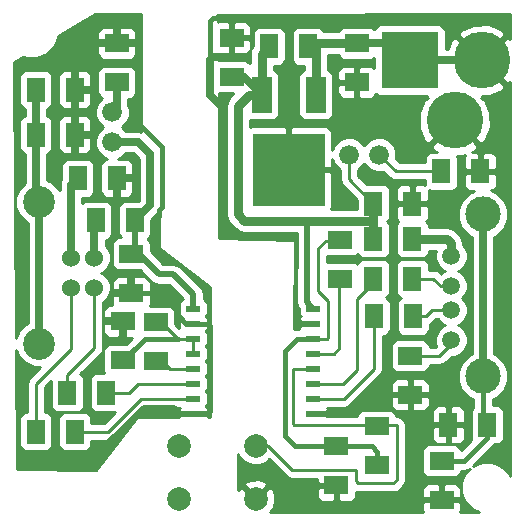
<source format=gtl>
G04 (created by PCBNEW (2012-nov-02)-testing) date Wed 06 Feb 2013 10:53:48 PM EST*
%MOIN*%
G04 Gerber Fmt 3.4, Leading zero omitted, Abs format*
%FSLAX34Y34*%
G01*
G70*
G90*
G04 APERTURE LIST*
%ADD10C,2.3622e-06*%
%ADD11C,0.066*%
%ADD12C,0.0591*%
%ADD13C,0.1181*%
%ADD14C,0.06*%
%ADD15C,0.1063*%
%ADD16C,0.189*%
%ADD17R,0.189X0.189*%
%ADD18C,0.0787*%
%ADD19R,0.045X0.02*%
%ADD20R,0.08X0.06*%
%ADD21R,0.06X0.08*%
%ADD22R,0.065X0.12*%
%ADD23R,0.24X0.24*%
%ADD24C,0.015*%
%ADD25C,0.025*%
%ADD26C,0.01*%
%ADD27C,0.02*%
%ADD28C,0.03*%
G04 APERTURE END LIST*
G54D10*
G54D11*
X79440Y-40760D03*
X80440Y-40760D03*
X71550Y-40350D03*
X71550Y-39350D03*
G54D12*
X82850Y-46950D03*
X82850Y-45950D03*
X82850Y-45150D03*
X82850Y-44150D03*
G54D13*
X83900Y-48150D03*
X83900Y-42750D03*
G54D14*
X70950Y-44200D03*
X70950Y-45200D03*
X70163Y-45200D03*
X70163Y-44200D03*
G54D15*
X69100Y-42338D03*
X69100Y-47062D03*
G54D16*
X83860Y-37620D03*
G54D17*
X81460Y-37620D03*
G54D16*
X82960Y-39620D03*
G54D18*
X73770Y-52236D03*
X76330Y-50464D03*
X76330Y-52236D03*
X73770Y-50464D03*
G54D19*
X74250Y-45900D03*
X74250Y-46400D03*
X74250Y-46900D03*
X74250Y-47400D03*
X74250Y-47900D03*
X74250Y-48400D03*
X74250Y-48900D03*
X74250Y-49400D03*
X78250Y-49400D03*
X78250Y-48900D03*
X78250Y-48400D03*
X78250Y-47900D03*
X78250Y-47400D03*
X78250Y-46900D03*
X78250Y-46400D03*
X78250Y-45900D03*
G54D20*
X71900Y-47625D03*
X71900Y-46325D03*
G54D21*
X76775Y-37150D03*
X78075Y-37150D03*
G54D20*
X75525Y-38175D03*
X75525Y-36875D03*
X79700Y-37050D03*
X79700Y-38350D03*
X80360Y-51110D03*
X80360Y-49810D03*
G54D21*
X82510Y-41320D03*
X83810Y-41320D03*
G54D20*
X71700Y-38350D03*
X71700Y-37050D03*
X79020Y-51790D03*
X79020Y-50490D03*
G54D21*
X80250Y-42400D03*
X81550Y-42400D03*
G54D20*
X72175Y-44075D03*
X72175Y-45375D03*
G54D21*
X80250Y-43575D03*
X81550Y-43575D03*
G54D20*
X81475Y-47475D03*
X81475Y-48775D03*
X82525Y-50975D03*
X82525Y-52275D03*
G54D21*
X84050Y-49775D03*
X82750Y-49775D03*
X72300Y-42950D03*
X71000Y-42950D03*
X70400Y-41550D03*
X71700Y-41550D03*
X69000Y-40100D03*
X70300Y-40100D03*
X69000Y-38600D03*
X70300Y-38600D03*
X80275Y-46150D03*
X81575Y-46150D03*
X80250Y-44900D03*
X81550Y-44900D03*
X69000Y-50000D03*
X70300Y-50000D03*
X70050Y-48700D03*
X71350Y-48700D03*
G54D22*
X78325Y-38775D03*
G54D23*
X77425Y-41275D03*
G54D22*
X76525Y-38775D03*
G54D20*
X73000Y-46350D03*
X73000Y-47650D03*
X79150Y-43600D03*
X79150Y-44900D03*
G54D24*
X74800Y-37600D02*
X74800Y-36300D01*
X74900Y-36200D02*
X75100Y-36200D01*
X74800Y-36300D02*
X74900Y-36200D01*
G54D25*
X75125Y-37500D02*
X74900Y-37500D01*
X74800Y-38775D02*
X75100Y-39075D01*
X74800Y-37600D02*
X74800Y-38775D01*
X74900Y-37500D02*
X74800Y-37600D01*
G54D24*
X72400Y-39700D02*
X73200Y-40500D01*
X73100Y-42600D02*
X73200Y-42500D01*
X73200Y-42500D02*
X73200Y-40500D01*
X73100Y-42600D02*
X73100Y-42800D01*
G54D26*
X82000Y-46150D02*
X81575Y-46150D01*
X82200Y-45950D02*
X82000Y-46150D01*
X82850Y-45950D02*
X82200Y-45950D01*
X82850Y-45150D02*
X82500Y-45150D01*
X82500Y-45150D02*
X82250Y-44900D01*
X82250Y-44900D02*
X81550Y-44900D01*
G54D27*
X74250Y-49400D02*
X73800Y-49400D01*
X72600Y-49200D02*
X71350Y-50450D01*
X73600Y-49200D02*
X72600Y-49200D01*
X73800Y-49400D02*
X73600Y-49200D01*
X74250Y-49400D02*
X74750Y-49400D01*
X74800Y-46460D02*
X74740Y-46400D01*
X74800Y-49350D02*
X74800Y-46460D01*
X74750Y-49400D02*
X74800Y-49350D01*
G54D25*
X70300Y-38600D02*
X70880Y-38600D01*
X72175Y-45375D02*
X72175Y-44835D01*
X71700Y-37050D02*
X72350Y-37050D01*
X71700Y-37050D02*
X71700Y-36350D01*
X71700Y-37050D02*
X70850Y-37050D01*
X72270Y-41550D02*
X72280Y-41560D01*
G54D24*
X73325Y-45375D02*
X72175Y-45375D01*
G54D25*
X71585Y-45375D02*
X71580Y-45380D01*
G54D24*
X74250Y-46400D02*
X74000Y-46400D01*
X74250Y-46400D02*
X74740Y-46400D01*
X74740Y-46400D02*
X74760Y-46420D01*
G54D25*
X70300Y-38600D02*
X70300Y-37940D01*
X70300Y-40100D02*
X70300Y-40740D01*
X70300Y-37940D02*
X70280Y-37920D01*
X70300Y-38600D02*
X70300Y-40100D01*
X71900Y-46325D02*
X71345Y-46325D01*
X71900Y-46860D02*
X71880Y-46880D01*
X72175Y-45375D02*
X71585Y-45375D01*
G54D24*
X74000Y-46400D02*
X73725Y-46125D01*
X73725Y-46125D02*
X73725Y-45775D01*
G54D25*
X71700Y-41550D02*
X71700Y-42220D01*
X71700Y-36350D02*
X71750Y-36300D01*
X71900Y-46325D02*
X71900Y-46860D01*
G54D26*
X70900Y-40100D02*
X70920Y-40120D01*
G54D25*
X71345Y-46325D02*
X71340Y-46320D01*
X72175Y-44835D02*
X72160Y-44820D01*
X70300Y-40100D02*
X70900Y-40100D01*
X71700Y-41550D02*
X72270Y-41550D01*
G54D24*
X73725Y-45775D02*
X73325Y-45375D01*
G54D25*
X79700Y-37050D02*
X80890Y-37050D01*
X80890Y-37050D02*
X81460Y-37620D01*
X81460Y-37620D02*
X83860Y-37620D01*
G54D28*
X78175Y-37050D02*
X78325Y-37200D01*
X79700Y-37050D02*
X78175Y-37050D01*
X78325Y-37200D02*
X78325Y-38775D01*
G54D26*
X82850Y-46950D02*
X82850Y-47075D01*
X82450Y-47475D02*
X81475Y-47475D01*
X82850Y-47075D02*
X82450Y-47475D01*
G54D24*
X83900Y-48350D02*
X83900Y-49625D01*
X84050Y-50200D02*
X83275Y-50975D01*
G54D25*
X83900Y-42950D02*
X83900Y-48350D01*
G54D24*
X84050Y-49775D02*
X84050Y-50200D01*
X83275Y-50975D02*
X82525Y-50975D01*
X83900Y-49625D02*
X84050Y-49775D01*
G54D25*
X70163Y-44200D02*
X70163Y-41787D01*
X70163Y-41787D02*
X70400Y-41550D01*
X69000Y-42238D02*
X69100Y-42338D01*
X69000Y-38600D02*
X69000Y-40100D01*
X69100Y-47062D02*
X69100Y-42338D01*
X69000Y-40100D02*
X69000Y-42238D01*
G54D26*
X79275Y-48900D02*
X78250Y-48900D01*
X80275Y-46150D02*
X80275Y-47900D01*
X80275Y-47900D02*
X79275Y-48900D01*
X79700Y-47940D02*
X79240Y-48400D01*
X79700Y-45580D02*
X79700Y-47940D01*
X80250Y-44900D02*
X80250Y-45030D01*
X80250Y-45030D02*
X79700Y-45580D01*
X79240Y-48400D02*
X78250Y-48400D01*
G54D25*
X70950Y-44200D02*
X70950Y-43000D01*
X70950Y-43000D02*
X71000Y-42950D01*
G54D26*
X72100Y-48700D02*
X72400Y-48400D01*
X72400Y-48400D02*
X74250Y-48400D01*
X71350Y-48700D02*
X72100Y-48700D01*
X70300Y-50000D02*
X71400Y-50000D01*
X71400Y-50000D02*
X72500Y-48900D01*
X72500Y-48900D02*
X74250Y-48900D01*
G54D28*
X82700Y-43575D02*
X82850Y-43725D01*
G54D26*
X82850Y-43725D02*
X82700Y-43575D01*
G54D28*
X81550Y-43575D02*
X82700Y-43575D01*
G54D26*
X82850Y-44150D02*
X82850Y-43725D01*
G54D28*
X82850Y-43725D02*
X82850Y-44150D01*
G54D25*
X71700Y-39200D02*
X71550Y-39350D01*
X71700Y-38350D02*
X71700Y-39200D01*
G54D26*
X82510Y-41320D02*
X81000Y-41320D01*
X81000Y-41320D02*
X80440Y-40760D01*
X79660Y-51650D02*
X79660Y-51275D01*
X80180Y-51725D02*
X79735Y-51725D01*
X81040Y-51600D02*
X80915Y-51725D01*
X80325Y-49775D02*
X80360Y-49810D01*
X79760Y-49775D02*
X80800Y-49775D01*
X79760Y-49775D02*
X80325Y-49775D01*
X80800Y-49775D02*
X81040Y-49775D01*
X77600Y-49775D02*
X79760Y-49775D01*
X77575Y-47900D02*
X77575Y-49750D01*
X77575Y-49750D02*
X77600Y-49775D01*
X78250Y-47900D02*
X77575Y-47900D01*
X81040Y-49775D02*
X81040Y-51600D01*
X80915Y-51725D02*
X80180Y-51725D01*
X79735Y-51725D02*
X79660Y-51650D01*
X78425Y-51275D02*
X77550Y-51275D01*
X76739Y-50464D02*
X76330Y-50464D01*
X79660Y-51275D02*
X78425Y-51275D01*
X77550Y-51275D02*
X76739Y-50464D01*
X78940Y-47400D02*
X78250Y-47400D01*
X79120Y-47220D02*
X78940Y-47400D01*
X79120Y-44930D02*
X79120Y-47220D01*
X73475Y-47900D02*
X74250Y-47900D01*
X73200Y-47625D02*
X73475Y-47900D01*
X73050Y-47625D02*
X73200Y-47625D01*
X69000Y-48400D02*
X69000Y-50000D01*
X70163Y-45200D02*
X70163Y-47237D01*
X70163Y-47237D02*
X69000Y-48400D01*
X70950Y-47200D02*
X70050Y-48100D01*
X70050Y-48100D02*
X70050Y-48700D01*
X70950Y-45200D02*
X70950Y-47200D01*
G54D27*
X73100Y-44750D02*
X73575Y-44750D01*
X74250Y-45425D02*
X74250Y-45900D01*
X72300Y-42950D02*
X72300Y-43950D01*
X73575Y-44750D02*
X74250Y-45425D01*
G54D25*
X72400Y-40350D02*
X72800Y-40750D01*
X72800Y-42450D02*
X72300Y-42950D01*
X71550Y-40350D02*
X72400Y-40350D01*
G54D27*
X72300Y-43950D02*
X73100Y-44750D01*
G54D25*
X72800Y-40750D02*
X72800Y-42450D01*
X75525Y-38175D02*
X75925Y-38175D01*
X75925Y-38175D02*
X76525Y-38775D01*
G54D26*
X79440Y-40760D02*
X79440Y-41590D01*
X79440Y-41590D02*
X80250Y-42400D01*
G54D28*
X75950Y-42975D02*
X78040Y-42975D01*
X80250Y-42400D02*
X80250Y-42975D01*
G54D27*
X78025Y-44575D02*
X78025Y-45675D01*
G54D28*
X76525Y-38775D02*
X76525Y-37400D01*
G54D27*
X78025Y-45675D02*
X78250Y-45900D01*
G54D28*
X76525Y-37400D02*
X76775Y-37150D01*
X80250Y-42975D02*
X80250Y-43575D01*
G54D26*
X78040Y-44560D02*
X78025Y-44575D01*
G54D28*
X75725Y-42750D02*
X75950Y-42975D01*
G54D27*
X78040Y-42975D02*
X78040Y-44560D01*
G54D28*
X76100Y-38775D02*
X75725Y-39150D01*
X75725Y-39150D02*
X75725Y-42750D01*
X78040Y-42975D02*
X80250Y-42975D01*
X76525Y-38775D02*
X76100Y-38775D01*
G54D24*
X72625Y-46900D02*
X71900Y-47625D01*
X73725Y-46900D02*
X72625Y-46900D01*
G54D26*
X74250Y-46900D02*
X74250Y-47400D01*
X73150Y-46325D02*
X73725Y-46900D01*
X73725Y-46900D02*
X74250Y-46900D01*
X73050Y-46325D02*
X73150Y-46325D01*
G54D24*
X79020Y-50490D02*
X80190Y-50490D01*
X80360Y-50660D02*
X80360Y-51110D01*
X80190Y-50490D02*
X80360Y-50660D01*
X78250Y-46900D02*
X77700Y-46900D01*
X77640Y-50490D02*
X79020Y-50490D01*
X77300Y-50150D02*
X77640Y-50490D01*
X77300Y-47300D02*
X77300Y-50150D01*
X77700Y-46900D02*
X77300Y-47300D01*
G54D26*
X78720Y-46900D02*
X78250Y-46900D01*
X78670Y-43630D02*
X78420Y-43880D01*
X78740Y-45640D02*
X78740Y-46880D01*
X79120Y-43630D02*
X78670Y-43630D01*
X78740Y-46880D02*
X78720Y-46900D01*
X78420Y-45320D02*
X78740Y-45640D01*
X78420Y-43880D02*
X78420Y-45320D01*
G54D10*
G36*
X78300Y-46450D02*
X78200Y-46450D01*
X78150Y-46450D01*
X77837Y-46450D01*
X77775Y-46512D01*
X77776Y-46549D01*
X77786Y-46575D01*
X77615Y-46575D01*
X77651Y-43601D01*
X75110Y-43551D01*
X75100Y-39375D01*
X75090Y-38724D01*
X75174Y-38724D01*
X75585Y-38724D01*
X75442Y-38867D01*
X75355Y-38997D01*
X75325Y-39150D01*
X75325Y-42750D01*
X75355Y-42903D01*
X75442Y-43033D01*
X75667Y-43258D01*
X75796Y-43345D01*
X75797Y-43345D01*
X75950Y-43375D01*
X77690Y-43375D01*
X77690Y-44500D01*
X77675Y-44575D01*
X77675Y-45675D01*
X77702Y-45809D01*
X77776Y-45919D01*
X77776Y-46049D01*
X77814Y-46141D01*
X77823Y-46150D01*
X77814Y-46159D01*
X77776Y-46251D01*
X77775Y-46288D01*
X77837Y-46350D01*
X78150Y-46350D01*
X78200Y-46350D01*
X78300Y-46350D01*
X78300Y-46450D01*
X78300Y-46450D01*
G37*
G54D26*
X78300Y-46450D02*
X78200Y-46450D01*
X78150Y-46450D01*
X77837Y-46450D01*
X77775Y-46512D01*
X77776Y-46549D01*
X77786Y-46575D01*
X77615Y-46575D01*
X77651Y-43601D01*
X75110Y-43551D01*
X75100Y-39375D01*
X75090Y-38724D01*
X75174Y-38724D01*
X75585Y-38724D01*
X75442Y-38867D01*
X75355Y-38997D01*
X75325Y-39150D01*
X75325Y-42750D01*
X75355Y-42903D01*
X75442Y-43033D01*
X75667Y-43258D01*
X75796Y-43345D01*
X75797Y-43345D01*
X75950Y-43375D01*
X77690Y-43375D01*
X77690Y-44500D01*
X77675Y-44575D01*
X77675Y-45675D01*
X77702Y-45809D01*
X77776Y-45919D01*
X77776Y-46049D01*
X77814Y-46141D01*
X77823Y-46150D01*
X77814Y-46159D01*
X77776Y-46251D01*
X77775Y-46288D01*
X77837Y-46350D01*
X78150Y-46350D01*
X78200Y-46350D01*
X78300Y-46350D01*
X78300Y-46450D01*
G54D10*
G36*
X84800Y-51486D02*
X84756Y-51380D01*
X84517Y-51140D01*
X84205Y-51010D01*
X83867Y-51010D01*
X83582Y-51127D01*
X84280Y-50430D01*
X84283Y-50424D01*
X84399Y-50424D01*
X84491Y-50386D01*
X84561Y-50316D01*
X84599Y-50225D01*
X84599Y-50126D01*
X84599Y-49326D01*
X84561Y-49234D01*
X84491Y-49164D01*
X84400Y-49126D01*
X84301Y-49126D01*
X84225Y-49126D01*
X84225Y-48924D01*
X84375Y-48863D01*
X84611Y-48627D01*
X84740Y-48318D01*
X84740Y-47984D01*
X84613Y-47675D01*
X84377Y-47439D01*
X84275Y-47396D01*
X84275Y-43504D01*
X84375Y-43463D01*
X84611Y-43227D01*
X84740Y-42918D01*
X84740Y-42584D01*
X84613Y-42275D01*
X84377Y-42039D01*
X84184Y-41958D01*
X84251Y-41931D01*
X84321Y-41861D01*
X84359Y-41770D01*
X84359Y-41671D01*
X84360Y-41432D01*
X84360Y-41208D01*
X84359Y-40969D01*
X84359Y-40870D01*
X84321Y-40779D01*
X84251Y-40709D01*
X84159Y-40671D01*
X84154Y-40670D01*
X83922Y-40670D01*
X83860Y-40732D01*
X83860Y-41270D01*
X84298Y-41270D01*
X84360Y-41208D01*
X84360Y-41432D01*
X84298Y-41370D01*
X83910Y-41370D01*
X83860Y-41370D01*
X83760Y-41370D01*
X83710Y-41370D01*
X83322Y-41370D01*
X83260Y-41432D01*
X83261Y-41671D01*
X83261Y-41770D01*
X83299Y-41861D01*
X83369Y-41931D01*
X83461Y-41969D01*
X83589Y-41969D01*
X83425Y-42037D01*
X83189Y-42273D01*
X83060Y-42582D01*
X83060Y-42916D01*
X83187Y-43225D01*
X83423Y-43461D01*
X83525Y-43503D01*
X83525Y-47395D01*
X83425Y-47437D01*
X83394Y-47468D01*
X83394Y-47058D01*
X83394Y-46842D01*
X83311Y-46642D01*
X83158Y-46489D01*
X83064Y-46450D01*
X83158Y-46411D01*
X83311Y-46258D01*
X83394Y-46058D01*
X83394Y-45842D01*
X83311Y-45642D01*
X83219Y-45550D01*
X83311Y-45458D01*
X83394Y-45258D01*
X83394Y-45042D01*
X83311Y-44842D01*
X83158Y-44689D01*
X83064Y-44650D01*
X83158Y-44611D01*
X83311Y-44458D01*
X83394Y-44258D01*
X83394Y-44042D01*
X83311Y-43842D01*
X83250Y-43781D01*
X83250Y-43725D01*
X83220Y-43572D01*
X83220Y-43571D01*
X83133Y-43442D01*
X82983Y-43292D01*
X82853Y-43205D01*
X82700Y-43175D01*
X82099Y-43175D01*
X82099Y-43126D01*
X82061Y-43034D01*
X82014Y-42987D01*
X82061Y-42941D01*
X82099Y-42850D01*
X82099Y-42751D01*
X82100Y-42512D01*
X82038Y-42450D01*
X81650Y-42450D01*
X81600Y-42450D01*
X81500Y-42450D01*
X81500Y-42350D01*
X81500Y-41812D01*
X81438Y-41750D01*
X81201Y-41751D01*
X81109Y-41789D01*
X81039Y-41859D01*
X81001Y-41950D01*
X81001Y-42049D01*
X81000Y-42288D01*
X81062Y-42350D01*
X81500Y-42350D01*
X81500Y-42450D01*
X81450Y-42450D01*
X81062Y-42450D01*
X81000Y-42512D01*
X81001Y-42751D01*
X81001Y-42850D01*
X81039Y-42941D01*
X81085Y-42987D01*
X81039Y-43034D01*
X81001Y-43125D01*
X81001Y-43224D01*
X81001Y-44024D01*
X81039Y-44116D01*
X81109Y-44186D01*
X81200Y-44224D01*
X81299Y-44224D01*
X81899Y-44224D01*
X81991Y-44186D01*
X82061Y-44116D01*
X82099Y-44025D01*
X82099Y-43975D01*
X82333Y-43975D01*
X82306Y-44042D01*
X82306Y-44258D01*
X82389Y-44458D01*
X82542Y-44611D01*
X82635Y-44650D01*
X82542Y-44689D01*
X82502Y-44728D01*
X82462Y-44688D01*
X82365Y-44623D01*
X82250Y-44600D01*
X82099Y-44600D01*
X82099Y-44451D01*
X82061Y-44359D01*
X81991Y-44289D01*
X81900Y-44251D01*
X81801Y-44251D01*
X81201Y-44251D01*
X81109Y-44289D01*
X81039Y-44359D01*
X81001Y-44450D01*
X81001Y-44549D01*
X81001Y-45349D01*
X81039Y-45441D01*
X81109Y-45511D01*
X81155Y-45530D01*
X81134Y-45539D01*
X81064Y-45609D01*
X81026Y-45700D01*
X81026Y-45799D01*
X81026Y-46599D01*
X81064Y-46691D01*
X81134Y-46761D01*
X81225Y-46799D01*
X81324Y-46799D01*
X81924Y-46799D01*
X82016Y-46761D01*
X82086Y-46691D01*
X82124Y-46600D01*
X82124Y-46501D01*
X82124Y-46420D01*
X82212Y-46362D01*
X82324Y-46250D01*
X82385Y-46250D01*
X82389Y-46258D01*
X82542Y-46411D01*
X82635Y-46450D01*
X82542Y-46489D01*
X82389Y-46642D01*
X82306Y-46842D01*
X82306Y-47058D01*
X82346Y-47154D01*
X82325Y-47175D01*
X82124Y-47175D01*
X82124Y-47126D01*
X82086Y-47034D01*
X82016Y-46964D01*
X81925Y-46926D01*
X81826Y-46926D01*
X81026Y-46926D01*
X80934Y-46964D01*
X80864Y-47034D01*
X80826Y-47125D01*
X80826Y-47224D01*
X80826Y-47824D01*
X80864Y-47916D01*
X80934Y-47986D01*
X81025Y-48024D01*
X81124Y-48024D01*
X81924Y-48024D01*
X82016Y-47986D01*
X82086Y-47916D01*
X82124Y-47825D01*
X82124Y-47775D01*
X82450Y-47775D01*
X82565Y-47752D01*
X82662Y-47687D01*
X82855Y-47494D01*
X82958Y-47494D01*
X83158Y-47411D01*
X83311Y-47258D01*
X83394Y-47058D01*
X83394Y-47468D01*
X83189Y-47673D01*
X83060Y-47982D01*
X83060Y-48316D01*
X83187Y-48625D01*
X83423Y-48861D01*
X83575Y-48924D01*
X83575Y-49198D01*
X83539Y-49234D01*
X83501Y-49325D01*
X83501Y-49424D01*
X83501Y-50224D01*
X83520Y-50270D01*
X83300Y-50489D01*
X83300Y-49887D01*
X83300Y-49663D01*
X83299Y-49424D01*
X83299Y-49325D01*
X83261Y-49234D01*
X83191Y-49164D01*
X83099Y-49126D01*
X82862Y-49125D01*
X82800Y-49187D01*
X82800Y-49725D01*
X83238Y-49725D01*
X83300Y-49663D01*
X83300Y-49887D01*
X83238Y-49825D01*
X82800Y-49825D01*
X82800Y-50363D01*
X82862Y-50425D01*
X83099Y-50424D01*
X83191Y-50386D01*
X83261Y-50316D01*
X83299Y-50225D01*
X83299Y-50126D01*
X83300Y-49887D01*
X83300Y-50489D01*
X83171Y-50618D01*
X83136Y-50534D01*
X83066Y-50464D01*
X82975Y-50426D01*
X82876Y-50426D01*
X82700Y-50426D01*
X82700Y-50363D01*
X82700Y-49825D01*
X82700Y-49725D01*
X82700Y-49187D01*
X82638Y-49125D01*
X82401Y-49126D01*
X82309Y-49164D01*
X82239Y-49234D01*
X82201Y-49325D01*
X82201Y-49424D01*
X82200Y-49663D01*
X82262Y-49725D01*
X82700Y-49725D01*
X82700Y-49825D01*
X82262Y-49825D01*
X82200Y-49887D01*
X82201Y-50126D01*
X82201Y-50225D01*
X82239Y-50316D01*
X82309Y-50386D01*
X82401Y-50424D01*
X82638Y-50425D01*
X82700Y-50363D01*
X82700Y-50426D01*
X82125Y-50426D01*
X82125Y-48887D01*
X82125Y-48663D01*
X82124Y-48426D01*
X82086Y-48334D01*
X82016Y-48264D01*
X81925Y-48226D01*
X81826Y-48226D01*
X81587Y-48225D01*
X81525Y-48287D01*
X81525Y-48725D01*
X82063Y-48725D01*
X82125Y-48663D01*
X82125Y-48887D01*
X82063Y-48825D01*
X81525Y-48825D01*
X81525Y-49263D01*
X81587Y-49325D01*
X81826Y-49324D01*
X81925Y-49324D01*
X82016Y-49286D01*
X82086Y-49216D01*
X82124Y-49124D01*
X82125Y-48887D01*
X82125Y-50426D01*
X82076Y-50426D01*
X81984Y-50464D01*
X81914Y-50534D01*
X81876Y-50625D01*
X81876Y-50724D01*
X81876Y-51324D01*
X81914Y-51416D01*
X81984Y-51486D01*
X82075Y-51524D01*
X82174Y-51524D01*
X82974Y-51524D01*
X83066Y-51486D01*
X83136Y-51416D01*
X83174Y-51325D01*
X83174Y-51300D01*
X83275Y-51300D01*
X83399Y-51275D01*
X83456Y-51236D01*
X83315Y-51378D01*
X83185Y-51690D01*
X83185Y-52028D01*
X83314Y-52340D01*
X83553Y-52580D01*
X83781Y-52675D01*
X83152Y-52675D01*
X83174Y-52624D01*
X83175Y-52387D01*
X83175Y-52163D01*
X83174Y-51926D01*
X83136Y-51834D01*
X83066Y-51764D01*
X82975Y-51726D01*
X82876Y-51726D01*
X82637Y-51725D01*
X82575Y-51787D01*
X82575Y-52225D01*
X83113Y-52225D01*
X83175Y-52163D01*
X83175Y-52387D01*
X83113Y-52325D01*
X82625Y-52325D01*
X82575Y-52325D01*
X82475Y-52325D01*
X82475Y-52225D01*
X82475Y-51787D01*
X82413Y-51725D01*
X82174Y-51726D01*
X82075Y-51726D01*
X81984Y-51764D01*
X81914Y-51834D01*
X81876Y-51926D01*
X81875Y-52163D01*
X81937Y-52225D01*
X82475Y-52225D01*
X82475Y-52325D01*
X82425Y-52325D01*
X81937Y-52325D01*
X81875Y-52387D01*
X81876Y-52624D01*
X81897Y-52675D01*
X81425Y-52675D01*
X81425Y-49263D01*
X81425Y-48825D01*
X81425Y-48725D01*
X81425Y-48287D01*
X81363Y-48225D01*
X81124Y-48226D01*
X81025Y-48226D01*
X80934Y-48264D01*
X80864Y-48334D01*
X80826Y-48426D01*
X80825Y-48663D01*
X80887Y-48725D01*
X81425Y-48725D01*
X81425Y-48825D01*
X80887Y-48825D01*
X80825Y-48887D01*
X80826Y-49124D01*
X80864Y-49216D01*
X80934Y-49286D01*
X81025Y-49324D01*
X81124Y-49324D01*
X81363Y-49325D01*
X81425Y-49263D01*
X81425Y-52675D01*
X78970Y-52675D01*
X78970Y-52278D01*
X78970Y-51840D01*
X78432Y-51840D01*
X78370Y-51902D01*
X78371Y-52139D01*
X78409Y-52231D01*
X78479Y-52301D01*
X78570Y-52339D01*
X78669Y-52339D01*
X78908Y-52340D01*
X78970Y-52278D01*
X78970Y-52675D01*
X76976Y-52675D01*
X76816Y-52675D01*
X76863Y-52628D01*
X76834Y-52599D01*
X76888Y-52579D01*
X76976Y-52339D01*
X76967Y-52084D01*
X76888Y-51893D01*
X76783Y-51854D01*
X76712Y-51925D01*
X76712Y-51783D01*
X76673Y-51678D01*
X76433Y-51590D01*
X76178Y-51599D01*
X75987Y-51678D01*
X75948Y-51783D01*
X76330Y-52165D01*
X76712Y-51783D01*
X76712Y-51925D01*
X76436Y-52201D01*
X76401Y-52236D01*
X76330Y-52307D01*
X76259Y-52236D01*
X76224Y-52201D01*
X75877Y-51854D01*
X75772Y-51893D01*
X75750Y-51953D01*
X75750Y-50742D01*
X75785Y-50827D01*
X75965Y-51008D01*
X76201Y-51107D01*
X76457Y-51107D01*
X76693Y-51009D01*
X76776Y-50925D01*
X77337Y-51486D01*
X77338Y-51487D01*
X77435Y-51552D01*
X77549Y-51574D01*
X77550Y-51575D01*
X78370Y-51575D01*
X78370Y-51678D01*
X78432Y-51740D01*
X78920Y-51740D01*
X78970Y-51740D01*
X79070Y-51740D01*
X79070Y-51840D01*
X79070Y-51890D01*
X79070Y-52278D01*
X79132Y-52340D01*
X79371Y-52339D01*
X79470Y-52339D01*
X79561Y-52301D01*
X79631Y-52231D01*
X79669Y-52139D01*
X79669Y-52011D01*
X79735Y-52025D01*
X80180Y-52025D01*
X80915Y-52025D01*
X81030Y-52002D01*
X81127Y-51937D01*
X81252Y-51813D01*
X81252Y-51812D01*
X81317Y-51715D01*
X81339Y-51601D01*
X81340Y-51600D01*
X81340Y-49775D01*
X81317Y-49660D01*
X81252Y-49563D01*
X81155Y-49498D01*
X81040Y-49475D01*
X81009Y-49475D01*
X81009Y-49461D01*
X80971Y-49369D01*
X80901Y-49299D01*
X80810Y-49261D01*
X80711Y-49261D01*
X79911Y-49261D01*
X79819Y-49299D01*
X79749Y-49369D01*
X79711Y-49460D01*
X79711Y-49475D01*
X78688Y-49475D01*
X78663Y-49450D01*
X78350Y-49450D01*
X78300Y-49450D01*
X78200Y-49450D01*
X78200Y-49350D01*
X78300Y-49350D01*
X78350Y-49350D01*
X78663Y-49350D01*
X78725Y-49288D01*
X78724Y-49251D01*
X78702Y-49200D01*
X79275Y-49200D01*
X79390Y-49177D01*
X79487Y-49112D01*
X80487Y-48112D01*
X80552Y-48015D01*
X80575Y-47900D01*
X80575Y-46799D01*
X80624Y-46799D01*
X80716Y-46761D01*
X80786Y-46691D01*
X80824Y-46600D01*
X80824Y-46501D01*
X80824Y-45701D01*
X80786Y-45609D01*
X80716Y-45539D01*
X80669Y-45519D01*
X80691Y-45511D01*
X80761Y-45441D01*
X80799Y-45350D01*
X80799Y-45251D01*
X80799Y-44451D01*
X80761Y-44359D01*
X80691Y-44289D01*
X80600Y-44251D01*
X80501Y-44251D01*
X79901Y-44251D01*
X79809Y-44289D01*
X79739Y-44359D01*
X79716Y-44414D01*
X79691Y-44389D01*
X79600Y-44351D01*
X79501Y-44351D01*
X78720Y-44351D01*
X78720Y-44149D01*
X78799Y-44149D01*
X79599Y-44149D01*
X79691Y-44111D01*
X79723Y-44078D01*
X79739Y-44116D01*
X79809Y-44186D01*
X79900Y-44224D01*
X79999Y-44224D01*
X80599Y-44224D01*
X80691Y-44186D01*
X80761Y-44116D01*
X80799Y-44025D01*
X80799Y-43926D01*
X80799Y-43126D01*
X80761Y-43034D01*
X80714Y-42987D01*
X80761Y-42941D01*
X80799Y-42850D01*
X80799Y-42751D01*
X80799Y-41951D01*
X80761Y-41859D01*
X80691Y-41789D01*
X80600Y-41751D01*
X80501Y-41751D01*
X80025Y-41751D01*
X79740Y-41466D01*
X79740Y-41263D01*
X79768Y-41252D01*
X79931Y-41089D01*
X79939Y-41068D01*
X79948Y-41088D01*
X80111Y-41251D01*
X80324Y-41340D01*
X80555Y-41340D01*
X80584Y-41328D01*
X80787Y-41531D01*
X80788Y-41532D01*
X80885Y-41597D01*
X80999Y-41619D01*
X81000Y-41620D01*
X81961Y-41620D01*
X81961Y-41769D01*
X81964Y-41778D01*
X81899Y-41751D01*
X81662Y-41750D01*
X81600Y-41812D01*
X81600Y-42350D01*
X82038Y-42350D01*
X82100Y-42288D01*
X82099Y-42049D01*
X82099Y-41950D01*
X82095Y-41942D01*
X82160Y-41969D01*
X82259Y-41969D01*
X82859Y-41969D01*
X82951Y-41931D01*
X83021Y-41861D01*
X83059Y-41770D01*
X83059Y-41671D01*
X83059Y-40871D01*
X83035Y-40813D01*
X83200Y-40813D01*
X83311Y-40766D01*
X83299Y-40779D01*
X83261Y-40870D01*
X83261Y-40969D01*
X83260Y-41208D01*
X83322Y-41270D01*
X83760Y-41270D01*
X83760Y-40732D01*
X83698Y-40670D01*
X83543Y-40670D01*
X83634Y-40633D01*
X83741Y-40471D01*
X82960Y-39691D01*
X82889Y-39761D01*
X82179Y-40471D01*
X82286Y-40633D01*
X82378Y-40671D01*
X82161Y-40671D01*
X82069Y-40709D01*
X81999Y-40779D01*
X81961Y-40870D01*
X81961Y-40969D01*
X81961Y-41020D01*
X81124Y-41020D01*
X81008Y-40904D01*
X81020Y-40876D01*
X81020Y-40645D01*
X80932Y-40432D01*
X80769Y-40269D01*
X80556Y-40180D01*
X80325Y-40180D01*
X80112Y-40268D01*
X79949Y-40431D01*
X79940Y-40451D01*
X79932Y-40432D01*
X79769Y-40269D01*
X79650Y-40219D01*
X79650Y-38838D01*
X79650Y-38400D01*
X79650Y-38300D01*
X79650Y-37862D01*
X79588Y-37800D01*
X79349Y-37801D01*
X79250Y-37801D01*
X79159Y-37839D01*
X79089Y-37909D01*
X79051Y-38001D01*
X79050Y-38238D01*
X79112Y-38300D01*
X79650Y-38300D01*
X79650Y-38400D01*
X79112Y-38400D01*
X79050Y-38462D01*
X79051Y-38699D01*
X79089Y-38791D01*
X79159Y-38861D01*
X79250Y-38899D01*
X79349Y-38899D01*
X79588Y-38900D01*
X79650Y-38838D01*
X79650Y-40219D01*
X79556Y-40180D01*
X79325Y-40180D01*
X79112Y-40268D01*
X78949Y-40431D01*
X78874Y-40609D01*
X78874Y-40124D01*
X78874Y-40025D01*
X78836Y-39934D01*
X78766Y-39864D01*
X78674Y-39826D01*
X77537Y-39825D01*
X77475Y-39887D01*
X77475Y-41225D01*
X78813Y-41225D01*
X78875Y-41163D01*
X78874Y-40910D01*
X78948Y-41088D01*
X79111Y-41251D01*
X79140Y-41263D01*
X79140Y-41590D01*
X79163Y-41705D01*
X79228Y-41802D01*
X79701Y-42275D01*
X79701Y-42575D01*
X78853Y-42575D01*
X78874Y-42525D01*
X78874Y-42426D01*
X78875Y-41387D01*
X78813Y-41325D01*
X77525Y-41325D01*
X77475Y-41325D01*
X77375Y-41325D01*
X77375Y-41225D01*
X77375Y-41175D01*
X77375Y-39887D01*
X77313Y-39825D01*
X76176Y-39826D01*
X76125Y-39847D01*
X76125Y-39613D01*
X76150Y-39624D01*
X76249Y-39624D01*
X76899Y-39624D01*
X76991Y-39586D01*
X77061Y-39516D01*
X77099Y-39425D01*
X77099Y-39326D01*
X77099Y-38126D01*
X77061Y-38034D01*
X76991Y-37964D01*
X76925Y-37936D01*
X76925Y-37799D01*
X77124Y-37799D01*
X77216Y-37761D01*
X77286Y-37691D01*
X77324Y-37600D01*
X77324Y-37501D01*
X77324Y-36701D01*
X77286Y-36609D01*
X77216Y-36539D01*
X77125Y-36501D01*
X77026Y-36501D01*
X76426Y-36501D01*
X76334Y-36539D01*
X76264Y-36609D01*
X76226Y-36700D01*
X76226Y-36799D01*
X76226Y-37140D01*
X76174Y-37218D01*
X76175Y-36987D01*
X76175Y-36763D01*
X76174Y-36526D01*
X76136Y-36434D01*
X76066Y-36364D01*
X75975Y-36326D01*
X75876Y-36326D01*
X75637Y-36325D01*
X75575Y-36387D01*
X75575Y-36825D01*
X76113Y-36825D01*
X76175Y-36763D01*
X76175Y-36987D01*
X76113Y-36925D01*
X75575Y-36925D01*
X75575Y-37363D01*
X75637Y-37425D01*
X75876Y-37424D01*
X75975Y-37424D01*
X76066Y-37386D01*
X76136Y-37316D01*
X76146Y-37290D01*
X76125Y-37400D01*
X76125Y-37723D01*
X76066Y-37664D01*
X75975Y-37626D01*
X75876Y-37626D01*
X75076Y-37626D01*
X75073Y-37626D01*
X75070Y-37422D01*
X75075Y-37424D01*
X75174Y-37424D01*
X75413Y-37425D01*
X75475Y-37363D01*
X75475Y-36975D01*
X75475Y-36925D01*
X75475Y-36825D01*
X75475Y-36775D01*
X75475Y-36387D01*
X75413Y-36325D01*
X75174Y-36326D01*
X75075Y-36326D01*
X75054Y-36334D01*
X75051Y-36100D01*
X84800Y-36075D01*
X84800Y-36897D01*
X84711Y-36839D01*
X84153Y-37397D01*
X84125Y-37355D01*
X84082Y-37326D01*
X84641Y-36769D01*
X84534Y-36607D01*
X84095Y-36426D01*
X83620Y-36427D01*
X83186Y-36607D01*
X83079Y-36769D01*
X83555Y-37245D01*
X83414Y-37245D01*
X83009Y-36839D01*
X82847Y-36946D01*
X82723Y-37245D01*
X82654Y-37245D01*
X82654Y-36626D01*
X82616Y-36534D01*
X82546Y-36464D01*
X82455Y-36426D01*
X82356Y-36426D01*
X80466Y-36426D01*
X80374Y-36464D01*
X80304Y-36534D01*
X80283Y-36581D01*
X80241Y-36539D01*
X80150Y-36501D01*
X80051Y-36501D01*
X79251Y-36501D01*
X79159Y-36539D01*
X79089Y-36609D01*
X79071Y-36650D01*
X78602Y-36650D01*
X78586Y-36609D01*
X78516Y-36539D01*
X78425Y-36501D01*
X78326Y-36501D01*
X77726Y-36501D01*
X77634Y-36539D01*
X77564Y-36609D01*
X77526Y-36700D01*
X77526Y-36799D01*
X77526Y-37599D01*
X77564Y-37691D01*
X77634Y-37761D01*
X77725Y-37799D01*
X77824Y-37799D01*
X77925Y-37799D01*
X77925Y-37936D01*
X77859Y-37964D01*
X77789Y-38034D01*
X77751Y-38125D01*
X77751Y-38224D01*
X77751Y-39424D01*
X77789Y-39516D01*
X77859Y-39586D01*
X77950Y-39624D01*
X78049Y-39624D01*
X78699Y-39624D01*
X78791Y-39586D01*
X78861Y-39516D01*
X78899Y-39425D01*
X78899Y-39326D01*
X78899Y-38126D01*
X78861Y-38034D01*
X78791Y-37964D01*
X78725Y-37936D01*
X78725Y-37450D01*
X79072Y-37450D01*
X79089Y-37491D01*
X79159Y-37561D01*
X79250Y-37599D01*
X79349Y-37599D01*
X80149Y-37599D01*
X80241Y-37561D01*
X80266Y-37536D01*
X80266Y-37864D01*
X80241Y-37839D01*
X80150Y-37801D01*
X80051Y-37801D01*
X79812Y-37800D01*
X79750Y-37862D01*
X79750Y-38250D01*
X79750Y-38300D01*
X79750Y-38400D01*
X79750Y-38450D01*
X79750Y-38838D01*
X79812Y-38900D01*
X80051Y-38899D01*
X80150Y-38899D01*
X80241Y-38861D01*
X80311Y-38791D01*
X80333Y-38735D01*
X80374Y-38776D01*
X80465Y-38814D01*
X80564Y-38814D01*
X82045Y-38814D01*
X82029Y-38830D01*
X82066Y-38867D01*
X81947Y-38946D01*
X81766Y-39385D01*
X81767Y-39860D01*
X81947Y-40294D01*
X82109Y-40401D01*
X82854Y-39655D01*
X82889Y-39620D01*
X82960Y-39549D01*
X83031Y-39620D01*
X83066Y-39655D01*
X83811Y-40401D01*
X83973Y-40294D01*
X84154Y-39855D01*
X84153Y-39380D01*
X83973Y-38946D01*
X83853Y-38867D01*
X83891Y-38830D01*
X83874Y-38813D01*
X84100Y-38813D01*
X84534Y-38633D01*
X84641Y-38471D01*
X84082Y-37913D01*
X84125Y-37885D01*
X84153Y-37842D01*
X84711Y-38401D01*
X84800Y-38342D01*
X84800Y-51486D01*
X84800Y-51486D01*
G37*
G54D26*
X84800Y-51486D02*
X84756Y-51380D01*
X84517Y-51140D01*
X84205Y-51010D01*
X83867Y-51010D01*
X83582Y-51127D01*
X84280Y-50430D01*
X84283Y-50424D01*
X84399Y-50424D01*
X84491Y-50386D01*
X84561Y-50316D01*
X84599Y-50225D01*
X84599Y-50126D01*
X84599Y-49326D01*
X84561Y-49234D01*
X84491Y-49164D01*
X84400Y-49126D01*
X84301Y-49126D01*
X84225Y-49126D01*
X84225Y-48924D01*
X84375Y-48863D01*
X84611Y-48627D01*
X84740Y-48318D01*
X84740Y-47984D01*
X84613Y-47675D01*
X84377Y-47439D01*
X84275Y-47396D01*
X84275Y-43504D01*
X84375Y-43463D01*
X84611Y-43227D01*
X84740Y-42918D01*
X84740Y-42584D01*
X84613Y-42275D01*
X84377Y-42039D01*
X84184Y-41958D01*
X84251Y-41931D01*
X84321Y-41861D01*
X84359Y-41770D01*
X84359Y-41671D01*
X84360Y-41432D01*
X84360Y-41208D01*
X84359Y-40969D01*
X84359Y-40870D01*
X84321Y-40779D01*
X84251Y-40709D01*
X84159Y-40671D01*
X84154Y-40670D01*
X83922Y-40670D01*
X83860Y-40732D01*
X83860Y-41270D01*
X84298Y-41270D01*
X84360Y-41208D01*
X84360Y-41432D01*
X84298Y-41370D01*
X83910Y-41370D01*
X83860Y-41370D01*
X83760Y-41370D01*
X83710Y-41370D01*
X83322Y-41370D01*
X83260Y-41432D01*
X83261Y-41671D01*
X83261Y-41770D01*
X83299Y-41861D01*
X83369Y-41931D01*
X83461Y-41969D01*
X83589Y-41969D01*
X83425Y-42037D01*
X83189Y-42273D01*
X83060Y-42582D01*
X83060Y-42916D01*
X83187Y-43225D01*
X83423Y-43461D01*
X83525Y-43503D01*
X83525Y-47395D01*
X83425Y-47437D01*
X83394Y-47468D01*
X83394Y-47058D01*
X83394Y-46842D01*
X83311Y-46642D01*
X83158Y-46489D01*
X83064Y-46450D01*
X83158Y-46411D01*
X83311Y-46258D01*
X83394Y-46058D01*
X83394Y-45842D01*
X83311Y-45642D01*
X83219Y-45550D01*
X83311Y-45458D01*
X83394Y-45258D01*
X83394Y-45042D01*
X83311Y-44842D01*
X83158Y-44689D01*
X83064Y-44650D01*
X83158Y-44611D01*
X83311Y-44458D01*
X83394Y-44258D01*
X83394Y-44042D01*
X83311Y-43842D01*
X83250Y-43781D01*
X83250Y-43725D01*
X83220Y-43572D01*
X83220Y-43571D01*
X83133Y-43442D01*
X82983Y-43292D01*
X82853Y-43205D01*
X82700Y-43175D01*
X82099Y-43175D01*
X82099Y-43126D01*
X82061Y-43034D01*
X82014Y-42987D01*
X82061Y-42941D01*
X82099Y-42850D01*
X82099Y-42751D01*
X82100Y-42512D01*
X82038Y-42450D01*
X81650Y-42450D01*
X81600Y-42450D01*
X81500Y-42450D01*
X81500Y-42350D01*
X81500Y-41812D01*
X81438Y-41750D01*
X81201Y-41751D01*
X81109Y-41789D01*
X81039Y-41859D01*
X81001Y-41950D01*
X81001Y-42049D01*
X81000Y-42288D01*
X81062Y-42350D01*
X81500Y-42350D01*
X81500Y-42450D01*
X81450Y-42450D01*
X81062Y-42450D01*
X81000Y-42512D01*
X81001Y-42751D01*
X81001Y-42850D01*
X81039Y-42941D01*
X81085Y-42987D01*
X81039Y-43034D01*
X81001Y-43125D01*
X81001Y-43224D01*
X81001Y-44024D01*
X81039Y-44116D01*
X81109Y-44186D01*
X81200Y-44224D01*
X81299Y-44224D01*
X81899Y-44224D01*
X81991Y-44186D01*
X82061Y-44116D01*
X82099Y-44025D01*
X82099Y-43975D01*
X82333Y-43975D01*
X82306Y-44042D01*
X82306Y-44258D01*
X82389Y-44458D01*
X82542Y-44611D01*
X82635Y-44650D01*
X82542Y-44689D01*
X82502Y-44728D01*
X82462Y-44688D01*
X82365Y-44623D01*
X82250Y-44600D01*
X82099Y-44600D01*
X82099Y-44451D01*
X82061Y-44359D01*
X81991Y-44289D01*
X81900Y-44251D01*
X81801Y-44251D01*
X81201Y-44251D01*
X81109Y-44289D01*
X81039Y-44359D01*
X81001Y-44450D01*
X81001Y-44549D01*
X81001Y-45349D01*
X81039Y-45441D01*
X81109Y-45511D01*
X81155Y-45530D01*
X81134Y-45539D01*
X81064Y-45609D01*
X81026Y-45700D01*
X81026Y-45799D01*
X81026Y-46599D01*
X81064Y-46691D01*
X81134Y-46761D01*
X81225Y-46799D01*
X81324Y-46799D01*
X81924Y-46799D01*
X82016Y-46761D01*
X82086Y-46691D01*
X82124Y-46600D01*
X82124Y-46501D01*
X82124Y-46420D01*
X82212Y-46362D01*
X82324Y-46250D01*
X82385Y-46250D01*
X82389Y-46258D01*
X82542Y-46411D01*
X82635Y-46450D01*
X82542Y-46489D01*
X82389Y-46642D01*
X82306Y-46842D01*
X82306Y-47058D01*
X82346Y-47154D01*
X82325Y-47175D01*
X82124Y-47175D01*
X82124Y-47126D01*
X82086Y-47034D01*
X82016Y-46964D01*
X81925Y-46926D01*
X81826Y-46926D01*
X81026Y-46926D01*
X80934Y-46964D01*
X80864Y-47034D01*
X80826Y-47125D01*
X80826Y-47224D01*
X80826Y-47824D01*
X80864Y-47916D01*
X80934Y-47986D01*
X81025Y-48024D01*
X81124Y-48024D01*
X81924Y-48024D01*
X82016Y-47986D01*
X82086Y-47916D01*
X82124Y-47825D01*
X82124Y-47775D01*
X82450Y-47775D01*
X82565Y-47752D01*
X82662Y-47687D01*
X82855Y-47494D01*
X82958Y-47494D01*
X83158Y-47411D01*
X83311Y-47258D01*
X83394Y-47058D01*
X83394Y-47468D01*
X83189Y-47673D01*
X83060Y-47982D01*
X83060Y-48316D01*
X83187Y-48625D01*
X83423Y-48861D01*
X83575Y-48924D01*
X83575Y-49198D01*
X83539Y-49234D01*
X83501Y-49325D01*
X83501Y-49424D01*
X83501Y-50224D01*
X83520Y-50270D01*
X83300Y-50489D01*
X83300Y-49887D01*
X83300Y-49663D01*
X83299Y-49424D01*
X83299Y-49325D01*
X83261Y-49234D01*
X83191Y-49164D01*
X83099Y-49126D01*
X82862Y-49125D01*
X82800Y-49187D01*
X82800Y-49725D01*
X83238Y-49725D01*
X83300Y-49663D01*
X83300Y-49887D01*
X83238Y-49825D01*
X82800Y-49825D01*
X82800Y-50363D01*
X82862Y-50425D01*
X83099Y-50424D01*
X83191Y-50386D01*
X83261Y-50316D01*
X83299Y-50225D01*
X83299Y-50126D01*
X83300Y-49887D01*
X83300Y-50489D01*
X83171Y-50618D01*
X83136Y-50534D01*
X83066Y-50464D01*
X82975Y-50426D01*
X82876Y-50426D01*
X82700Y-50426D01*
X82700Y-50363D01*
X82700Y-49825D01*
X82700Y-49725D01*
X82700Y-49187D01*
X82638Y-49125D01*
X82401Y-49126D01*
X82309Y-49164D01*
X82239Y-49234D01*
X82201Y-49325D01*
X82201Y-49424D01*
X82200Y-49663D01*
X82262Y-49725D01*
X82700Y-49725D01*
X82700Y-49825D01*
X82262Y-49825D01*
X82200Y-49887D01*
X82201Y-50126D01*
X82201Y-50225D01*
X82239Y-50316D01*
X82309Y-50386D01*
X82401Y-50424D01*
X82638Y-50425D01*
X82700Y-50363D01*
X82700Y-50426D01*
X82125Y-50426D01*
X82125Y-48887D01*
X82125Y-48663D01*
X82124Y-48426D01*
X82086Y-48334D01*
X82016Y-48264D01*
X81925Y-48226D01*
X81826Y-48226D01*
X81587Y-48225D01*
X81525Y-48287D01*
X81525Y-48725D01*
X82063Y-48725D01*
X82125Y-48663D01*
X82125Y-48887D01*
X82063Y-48825D01*
X81525Y-48825D01*
X81525Y-49263D01*
X81587Y-49325D01*
X81826Y-49324D01*
X81925Y-49324D01*
X82016Y-49286D01*
X82086Y-49216D01*
X82124Y-49124D01*
X82125Y-48887D01*
X82125Y-50426D01*
X82076Y-50426D01*
X81984Y-50464D01*
X81914Y-50534D01*
X81876Y-50625D01*
X81876Y-50724D01*
X81876Y-51324D01*
X81914Y-51416D01*
X81984Y-51486D01*
X82075Y-51524D01*
X82174Y-51524D01*
X82974Y-51524D01*
X83066Y-51486D01*
X83136Y-51416D01*
X83174Y-51325D01*
X83174Y-51300D01*
X83275Y-51300D01*
X83399Y-51275D01*
X83456Y-51236D01*
X83315Y-51378D01*
X83185Y-51690D01*
X83185Y-52028D01*
X83314Y-52340D01*
X83553Y-52580D01*
X83781Y-52675D01*
X83152Y-52675D01*
X83174Y-52624D01*
X83175Y-52387D01*
X83175Y-52163D01*
X83174Y-51926D01*
X83136Y-51834D01*
X83066Y-51764D01*
X82975Y-51726D01*
X82876Y-51726D01*
X82637Y-51725D01*
X82575Y-51787D01*
X82575Y-52225D01*
X83113Y-52225D01*
X83175Y-52163D01*
X83175Y-52387D01*
X83113Y-52325D01*
X82625Y-52325D01*
X82575Y-52325D01*
X82475Y-52325D01*
X82475Y-52225D01*
X82475Y-51787D01*
X82413Y-51725D01*
X82174Y-51726D01*
X82075Y-51726D01*
X81984Y-51764D01*
X81914Y-51834D01*
X81876Y-51926D01*
X81875Y-52163D01*
X81937Y-52225D01*
X82475Y-52225D01*
X82475Y-52325D01*
X82425Y-52325D01*
X81937Y-52325D01*
X81875Y-52387D01*
X81876Y-52624D01*
X81897Y-52675D01*
X81425Y-52675D01*
X81425Y-49263D01*
X81425Y-48825D01*
X81425Y-48725D01*
X81425Y-48287D01*
X81363Y-48225D01*
X81124Y-48226D01*
X81025Y-48226D01*
X80934Y-48264D01*
X80864Y-48334D01*
X80826Y-48426D01*
X80825Y-48663D01*
X80887Y-48725D01*
X81425Y-48725D01*
X81425Y-48825D01*
X80887Y-48825D01*
X80825Y-48887D01*
X80826Y-49124D01*
X80864Y-49216D01*
X80934Y-49286D01*
X81025Y-49324D01*
X81124Y-49324D01*
X81363Y-49325D01*
X81425Y-49263D01*
X81425Y-52675D01*
X78970Y-52675D01*
X78970Y-52278D01*
X78970Y-51840D01*
X78432Y-51840D01*
X78370Y-51902D01*
X78371Y-52139D01*
X78409Y-52231D01*
X78479Y-52301D01*
X78570Y-52339D01*
X78669Y-52339D01*
X78908Y-52340D01*
X78970Y-52278D01*
X78970Y-52675D01*
X76976Y-52675D01*
X76816Y-52675D01*
X76863Y-52628D01*
X76834Y-52599D01*
X76888Y-52579D01*
X76976Y-52339D01*
X76967Y-52084D01*
X76888Y-51893D01*
X76783Y-51854D01*
X76712Y-51925D01*
X76712Y-51783D01*
X76673Y-51678D01*
X76433Y-51590D01*
X76178Y-51599D01*
X75987Y-51678D01*
X75948Y-51783D01*
X76330Y-52165D01*
X76712Y-51783D01*
X76712Y-51925D01*
X76436Y-52201D01*
X76401Y-52236D01*
X76330Y-52307D01*
X76259Y-52236D01*
X76224Y-52201D01*
X75877Y-51854D01*
X75772Y-51893D01*
X75750Y-51953D01*
X75750Y-50742D01*
X75785Y-50827D01*
X75965Y-51008D01*
X76201Y-51107D01*
X76457Y-51107D01*
X76693Y-51009D01*
X76776Y-50925D01*
X77337Y-51486D01*
X77338Y-51487D01*
X77435Y-51552D01*
X77549Y-51574D01*
X77550Y-51575D01*
X78370Y-51575D01*
X78370Y-51678D01*
X78432Y-51740D01*
X78920Y-51740D01*
X78970Y-51740D01*
X79070Y-51740D01*
X79070Y-51840D01*
X79070Y-51890D01*
X79070Y-52278D01*
X79132Y-52340D01*
X79371Y-52339D01*
X79470Y-52339D01*
X79561Y-52301D01*
X79631Y-52231D01*
X79669Y-52139D01*
X79669Y-52011D01*
X79735Y-52025D01*
X80180Y-52025D01*
X80915Y-52025D01*
X81030Y-52002D01*
X81127Y-51937D01*
X81252Y-51813D01*
X81252Y-51812D01*
X81317Y-51715D01*
X81339Y-51601D01*
X81340Y-51600D01*
X81340Y-49775D01*
X81317Y-49660D01*
X81252Y-49563D01*
X81155Y-49498D01*
X81040Y-49475D01*
X81009Y-49475D01*
X81009Y-49461D01*
X80971Y-49369D01*
X80901Y-49299D01*
X80810Y-49261D01*
X80711Y-49261D01*
X79911Y-49261D01*
X79819Y-49299D01*
X79749Y-49369D01*
X79711Y-49460D01*
X79711Y-49475D01*
X78688Y-49475D01*
X78663Y-49450D01*
X78350Y-49450D01*
X78300Y-49450D01*
X78200Y-49450D01*
X78200Y-49350D01*
X78300Y-49350D01*
X78350Y-49350D01*
X78663Y-49350D01*
X78725Y-49288D01*
X78724Y-49251D01*
X78702Y-49200D01*
X79275Y-49200D01*
X79390Y-49177D01*
X79487Y-49112D01*
X80487Y-48112D01*
X80552Y-48015D01*
X80575Y-47900D01*
X80575Y-46799D01*
X80624Y-46799D01*
X80716Y-46761D01*
X80786Y-46691D01*
X80824Y-46600D01*
X80824Y-46501D01*
X80824Y-45701D01*
X80786Y-45609D01*
X80716Y-45539D01*
X80669Y-45519D01*
X80691Y-45511D01*
X80761Y-45441D01*
X80799Y-45350D01*
X80799Y-45251D01*
X80799Y-44451D01*
X80761Y-44359D01*
X80691Y-44289D01*
X80600Y-44251D01*
X80501Y-44251D01*
X79901Y-44251D01*
X79809Y-44289D01*
X79739Y-44359D01*
X79716Y-44414D01*
X79691Y-44389D01*
X79600Y-44351D01*
X79501Y-44351D01*
X78720Y-44351D01*
X78720Y-44149D01*
X78799Y-44149D01*
X79599Y-44149D01*
X79691Y-44111D01*
X79723Y-44078D01*
X79739Y-44116D01*
X79809Y-44186D01*
X79900Y-44224D01*
X79999Y-44224D01*
X80599Y-44224D01*
X80691Y-44186D01*
X80761Y-44116D01*
X80799Y-44025D01*
X80799Y-43926D01*
X80799Y-43126D01*
X80761Y-43034D01*
X80714Y-42987D01*
X80761Y-42941D01*
X80799Y-42850D01*
X80799Y-42751D01*
X80799Y-41951D01*
X80761Y-41859D01*
X80691Y-41789D01*
X80600Y-41751D01*
X80501Y-41751D01*
X80025Y-41751D01*
X79740Y-41466D01*
X79740Y-41263D01*
X79768Y-41252D01*
X79931Y-41089D01*
X79939Y-41068D01*
X79948Y-41088D01*
X80111Y-41251D01*
X80324Y-41340D01*
X80555Y-41340D01*
X80584Y-41328D01*
X80787Y-41531D01*
X80788Y-41532D01*
X80885Y-41597D01*
X80999Y-41619D01*
X81000Y-41620D01*
X81961Y-41620D01*
X81961Y-41769D01*
X81964Y-41778D01*
X81899Y-41751D01*
X81662Y-41750D01*
X81600Y-41812D01*
X81600Y-42350D01*
X82038Y-42350D01*
X82100Y-42288D01*
X82099Y-42049D01*
X82099Y-41950D01*
X82095Y-41942D01*
X82160Y-41969D01*
X82259Y-41969D01*
X82859Y-41969D01*
X82951Y-41931D01*
X83021Y-41861D01*
X83059Y-41770D01*
X83059Y-41671D01*
X83059Y-40871D01*
X83035Y-40813D01*
X83200Y-40813D01*
X83311Y-40766D01*
X83299Y-40779D01*
X83261Y-40870D01*
X83261Y-40969D01*
X83260Y-41208D01*
X83322Y-41270D01*
X83760Y-41270D01*
X83760Y-40732D01*
X83698Y-40670D01*
X83543Y-40670D01*
X83634Y-40633D01*
X83741Y-40471D01*
X82960Y-39691D01*
X82889Y-39761D01*
X82179Y-40471D01*
X82286Y-40633D01*
X82378Y-40671D01*
X82161Y-40671D01*
X82069Y-40709D01*
X81999Y-40779D01*
X81961Y-40870D01*
X81961Y-40969D01*
X81961Y-41020D01*
X81124Y-41020D01*
X81008Y-40904D01*
X81020Y-40876D01*
X81020Y-40645D01*
X80932Y-40432D01*
X80769Y-40269D01*
X80556Y-40180D01*
X80325Y-40180D01*
X80112Y-40268D01*
X79949Y-40431D01*
X79940Y-40451D01*
X79932Y-40432D01*
X79769Y-40269D01*
X79650Y-40219D01*
X79650Y-38838D01*
X79650Y-38400D01*
X79650Y-38300D01*
X79650Y-37862D01*
X79588Y-37800D01*
X79349Y-37801D01*
X79250Y-37801D01*
X79159Y-37839D01*
X79089Y-37909D01*
X79051Y-38001D01*
X79050Y-38238D01*
X79112Y-38300D01*
X79650Y-38300D01*
X79650Y-38400D01*
X79112Y-38400D01*
X79050Y-38462D01*
X79051Y-38699D01*
X79089Y-38791D01*
X79159Y-38861D01*
X79250Y-38899D01*
X79349Y-38899D01*
X79588Y-38900D01*
X79650Y-38838D01*
X79650Y-40219D01*
X79556Y-40180D01*
X79325Y-40180D01*
X79112Y-40268D01*
X78949Y-40431D01*
X78874Y-40609D01*
X78874Y-40124D01*
X78874Y-40025D01*
X78836Y-39934D01*
X78766Y-39864D01*
X78674Y-39826D01*
X77537Y-39825D01*
X77475Y-39887D01*
X77475Y-41225D01*
X78813Y-41225D01*
X78875Y-41163D01*
X78874Y-40910D01*
X78948Y-41088D01*
X79111Y-41251D01*
X79140Y-41263D01*
X79140Y-41590D01*
X79163Y-41705D01*
X79228Y-41802D01*
X79701Y-42275D01*
X79701Y-42575D01*
X78853Y-42575D01*
X78874Y-42525D01*
X78874Y-42426D01*
X78875Y-41387D01*
X78813Y-41325D01*
X77525Y-41325D01*
X77475Y-41325D01*
X77375Y-41325D01*
X77375Y-41225D01*
X77375Y-41175D01*
X77375Y-39887D01*
X77313Y-39825D01*
X76176Y-39826D01*
X76125Y-39847D01*
X76125Y-39613D01*
X76150Y-39624D01*
X76249Y-39624D01*
X76899Y-39624D01*
X76991Y-39586D01*
X77061Y-39516D01*
X77099Y-39425D01*
X77099Y-39326D01*
X77099Y-38126D01*
X77061Y-38034D01*
X76991Y-37964D01*
X76925Y-37936D01*
X76925Y-37799D01*
X77124Y-37799D01*
X77216Y-37761D01*
X77286Y-37691D01*
X77324Y-37600D01*
X77324Y-37501D01*
X77324Y-36701D01*
X77286Y-36609D01*
X77216Y-36539D01*
X77125Y-36501D01*
X77026Y-36501D01*
X76426Y-36501D01*
X76334Y-36539D01*
X76264Y-36609D01*
X76226Y-36700D01*
X76226Y-36799D01*
X76226Y-37140D01*
X76174Y-37218D01*
X76175Y-36987D01*
X76175Y-36763D01*
X76174Y-36526D01*
X76136Y-36434D01*
X76066Y-36364D01*
X75975Y-36326D01*
X75876Y-36326D01*
X75637Y-36325D01*
X75575Y-36387D01*
X75575Y-36825D01*
X76113Y-36825D01*
X76175Y-36763D01*
X76175Y-36987D01*
X76113Y-36925D01*
X75575Y-36925D01*
X75575Y-37363D01*
X75637Y-37425D01*
X75876Y-37424D01*
X75975Y-37424D01*
X76066Y-37386D01*
X76136Y-37316D01*
X76146Y-37290D01*
X76125Y-37400D01*
X76125Y-37723D01*
X76066Y-37664D01*
X75975Y-37626D01*
X75876Y-37626D01*
X75076Y-37626D01*
X75073Y-37626D01*
X75070Y-37422D01*
X75075Y-37424D01*
X75174Y-37424D01*
X75413Y-37425D01*
X75475Y-37363D01*
X75475Y-36975D01*
X75475Y-36925D01*
X75475Y-36825D01*
X75475Y-36775D01*
X75475Y-36387D01*
X75413Y-36325D01*
X75174Y-36326D01*
X75075Y-36326D01*
X75054Y-36334D01*
X75051Y-36100D01*
X84800Y-36075D01*
X84800Y-36897D01*
X84711Y-36839D01*
X84153Y-37397D01*
X84125Y-37355D01*
X84082Y-37326D01*
X84641Y-36769D01*
X84534Y-36607D01*
X84095Y-36426D01*
X83620Y-36427D01*
X83186Y-36607D01*
X83079Y-36769D01*
X83555Y-37245D01*
X83414Y-37245D01*
X83009Y-36839D01*
X82847Y-36946D01*
X82723Y-37245D01*
X82654Y-37245D01*
X82654Y-36626D01*
X82616Y-36534D01*
X82546Y-36464D01*
X82455Y-36426D01*
X82356Y-36426D01*
X80466Y-36426D01*
X80374Y-36464D01*
X80304Y-36534D01*
X80283Y-36581D01*
X80241Y-36539D01*
X80150Y-36501D01*
X80051Y-36501D01*
X79251Y-36501D01*
X79159Y-36539D01*
X79089Y-36609D01*
X79071Y-36650D01*
X78602Y-36650D01*
X78586Y-36609D01*
X78516Y-36539D01*
X78425Y-36501D01*
X78326Y-36501D01*
X77726Y-36501D01*
X77634Y-36539D01*
X77564Y-36609D01*
X77526Y-36700D01*
X77526Y-36799D01*
X77526Y-37599D01*
X77564Y-37691D01*
X77634Y-37761D01*
X77725Y-37799D01*
X77824Y-37799D01*
X77925Y-37799D01*
X77925Y-37936D01*
X77859Y-37964D01*
X77789Y-38034D01*
X77751Y-38125D01*
X77751Y-38224D01*
X77751Y-39424D01*
X77789Y-39516D01*
X77859Y-39586D01*
X77950Y-39624D01*
X78049Y-39624D01*
X78699Y-39624D01*
X78791Y-39586D01*
X78861Y-39516D01*
X78899Y-39425D01*
X78899Y-39326D01*
X78899Y-38126D01*
X78861Y-38034D01*
X78791Y-37964D01*
X78725Y-37936D01*
X78725Y-37450D01*
X79072Y-37450D01*
X79089Y-37491D01*
X79159Y-37561D01*
X79250Y-37599D01*
X79349Y-37599D01*
X80149Y-37599D01*
X80241Y-37561D01*
X80266Y-37536D01*
X80266Y-37864D01*
X80241Y-37839D01*
X80150Y-37801D01*
X80051Y-37801D01*
X79812Y-37800D01*
X79750Y-37862D01*
X79750Y-38250D01*
X79750Y-38300D01*
X79750Y-38400D01*
X79750Y-38450D01*
X79750Y-38838D01*
X79812Y-38900D01*
X80051Y-38899D01*
X80150Y-38899D01*
X80241Y-38861D01*
X80311Y-38791D01*
X80333Y-38735D01*
X80374Y-38776D01*
X80465Y-38814D01*
X80564Y-38814D01*
X82045Y-38814D01*
X82029Y-38830D01*
X82066Y-38867D01*
X81947Y-38946D01*
X81766Y-39385D01*
X81767Y-39860D01*
X81947Y-40294D01*
X82109Y-40401D01*
X82854Y-39655D01*
X82889Y-39620D01*
X82960Y-39549D01*
X83031Y-39620D01*
X83066Y-39655D01*
X83811Y-40401D01*
X83973Y-40294D01*
X84154Y-39855D01*
X84153Y-39380D01*
X83973Y-38946D01*
X83853Y-38867D01*
X83891Y-38830D01*
X83874Y-38813D01*
X84100Y-38813D01*
X84534Y-38633D01*
X84641Y-38471D01*
X84082Y-37913D01*
X84125Y-37885D01*
X84153Y-37842D01*
X84711Y-38401D01*
X84800Y-38342D01*
X84800Y-51486D01*
G54D10*
G36*
X73900Y-45582D02*
X73884Y-45589D01*
X73814Y-45659D01*
X73776Y-45750D01*
X73776Y-45849D01*
X73776Y-46049D01*
X73814Y-46141D01*
X73823Y-46150D01*
X73814Y-46159D01*
X73776Y-46250D01*
X73776Y-46349D01*
X73776Y-46527D01*
X73649Y-46400D01*
X73649Y-46001D01*
X73611Y-45909D01*
X73541Y-45839D01*
X73450Y-45801D01*
X73351Y-45801D01*
X72792Y-45801D01*
X72824Y-45725D01*
X72824Y-45626D01*
X72824Y-45026D01*
X72786Y-44934D01*
X72716Y-44864D01*
X72625Y-44826D01*
X72526Y-44826D01*
X71726Y-44826D01*
X71634Y-44864D01*
X71564Y-44934D01*
X71526Y-45025D01*
X71526Y-45124D01*
X71526Y-45724D01*
X71547Y-45776D01*
X71451Y-45776D01*
X71359Y-45814D01*
X71289Y-45884D01*
X71251Y-45975D01*
X71251Y-46074D01*
X71251Y-46674D01*
X71289Y-46766D01*
X71359Y-46836D01*
X71450Y-46874D01*
X71549Y-46874D01*
X72191Y-46874D01*
X71989Y-47076D01*
X71451Y-47076D01*
X71359Y-47114D01*
X71289Y-47184D01*
X71251Y-47275D01*
X71251Y-47374D01*
X71251Y-47974D01*
X71282Y-48051D01*
X71001Y-48051D01*
X70909Y-48089D01*
X70839Y-48159D01*
X70801Y-48250D01*
X70801Y-48349D01*
X70801Y-49149D01*
X70839Y-49241D01*
X70909Y-49311D01*
X71000Y-49349D01*
X71099Y-49349D01*
X71626Y-49349D01*
X71275Y-49700D01*
X70849Y-49700D01*
X70849Y-49551D01*
X70811Y-49459D01*
X70741Y-49389D01*
X70650Y-49351D01*
X70551Y-49351D01*
X69951Y-49351D01*
X69859Y-49389D01*
X69789Y-49459D01*
X69751Y-49550D01*
X69751Y-49649D01*
X69751Y-50449D01*
X69789Y-50541D01*
X69859Y-50611D01*
X69950Y-50649D01*
X70049Y-50649D01*
X70649Y-50649D01*
X70741Y-50611D01*
X70811Y-50541D01*
X70849Y-50450D01*
X70849Y-50351D01*
X70849Y-50300D01*
X71400Y-50300D01*
X71515Y-50277D01*
X71612Y-50212D01*
X72624Y-49200D01*
X73796Y-49200D01*
X73776Y-49250D01*
X73776Y-49349D01*
X73776Y-49500D01*
X72376Y-49500D01*
X70996Y-51270D01*
X68370Y-51231D01*
X68340Y-47269D01*
X68438Y-47504D01*
X68657Y-47724D01*
X68944Y-47843D01*
X69132Y-47843D01*
X68788Y-48188D01*
X68723Y-48285D01*
X68700Y-48400D01*
X68700Y-49351D01*
X68651Y-49351D01*
X68559Y-49389D01*
X68489Y-49459D01*
X68451Y-49550D01*
X68451Y-49649D01*
X68451Y-50449D01*
X68489Y-50541D01*
X68559Y-50611D01*
X68650Y-50649D01*
X68749Y-50649D01*
X69349Y-50649D01*
X69441Y-50611D01*
X69511Y-50541D01*
X69549Y-50450D01*
X69549Y-50351D01*
X69549Y-49551D01*
X69511Y-49459D01*
X69441Y-49389D01*
X69350Y-49351D01*
X69300Y-49351D01*
X69300Y-48524D01*
X69501Y-48323D01*
X69501Y-48349D01*
X69501Y-49149D01*
X69539Y-49241D01*
X69609Y-49311D01*
X69700Y-49349D01*
X69799Y-49349D01*
X70399Y-49349D01*
X70491Y-49311D01*
X70561Y-49241D01*
X70599Y-49150D01*
X70599Y-49051D01*
X70599Y-48251D01*
X70561Y-48159D01*
X70491Y-48089D01*
X70486Y-48087D01*
X71162Y-47413D01*
X71162Y-47412D01*
X71227Y-47315D01*
X71249Y-47201D01*
X71250Y-47200D01*
X71250Y-45669D01*
X71261Y-45665D01*
X71415Y-45511D01*
X71499Y-45309D01*
X71499Y-45091D01*
X71415Y-44889D01*
X71261Y-44735D01*
X71176Y-44700D01*
X71261Y-44665D01*
X71415Y-44511D01*
X71499Y-44309D01*
X71499Y-44091D01*
X71415Y-43889D01*
X71325Y-43799D01*
X71325Y-43599D01*
X71349Y-43599D01*
X71441Y-43561D01*
X71511Y-43491D01*
X71549Y-43400D01*
X71549Y-43301D01*
X71549Y-42501D01*
X71511Y-42409D01*
X71441Y-42339D01*
X71350Y-42301D01*
X71251Y-42301D01*
X70651Y-42301D01*
X70559Y-42339D01*
X70538Y-42360D01*
X70538Y-42199D01*
X70749Y-42199D01*
X70841Y-42161D01*
X70911Y-42091D01*
X70949Y-42000D01*
X70949Y-41901D01*
X70949Y-41101D01*
X70911Y-41009D01*
X70849Y-40947D01*
X70849Y-40550D01*
X70849Y-40451D01*
X70849Y-39651D01*
X70849Y-39050D01*
X70849Y-38951D01*
X70849Y-38151D01*
X70811Y-38059D01*
X70741Y-37989D01*
X70650Y-37951D01*
X70551Y-37951D01*
X69951Y-37951D01*
X69859Y-37989D01*
X69789Y-38059D01*
X69751Y-38150D01*
X69751Y-38249D01*
X69751Y-39049D01*
X69789Y-39141D01*
X69859Y-39211D01*
X69950Y-39249D01*
X70049Y-39249D01*
X70649Y-39249D01*
X70741Y-39211D01*
X70811Y-39141D01*
X70849Y-39050D01*
X70849Y-39651D01*
X70811Y-39559D01*
X70741Y-39489D01*
X70650Y-39451D01*
X70551Y-39451D01*
X69951Y-39451D01*
X69859Y-39489D01*
X69789Y-39559D01*
X69751Y-39650D01*
X69751Y-39749D01*
X69751Y-40549D01*
X69789Y-40641D01*
X69859Y-40711D01*
X69950Y-40749D01*
X70049Y-40749D01*
X70649Y-40749D01*
X70741Y-40711D01*
X70811Y-40641D01*
X70849Y-40550D01*
X70849Y-40947D01*
X70841Y-40939D01*
X70750Y-40901D01*
X70651Y-40901D01*
X70051Y-40901D01*
X69959Y-40939D01*
X69889Y-41009D01*
X69851Y-41100D01*
X69851Y-41199D01*
X69851Y-41592D01*
X69817Y-41643D01*
X69788Y-41787D01*
X69788Y-41958D01*
X69762Y-41896D01*
X69543Y-41676D01*
X69375Y-41606D01*
X69375Y-40738D01*
X69441Y-40711D01*
X69511Y-40641D01*
X69549Y-40550D01*
X69549Y-40451D01*
X69549Y-39651D01*
X69511Y-39559D01*
X69441Y-39489D01*
X69375Y-39461D01*
X69375Y-39238D01*
X69441Y-39211D01*
X69511Y-39141D01*
X69549Y-39050D01*
X69549Y-38951D01*
X69549Y-38151D01*
X69511Y-38059D01*
X69441Y-37989D01*
X69350Y-37951D01*
X69251Y-37951D01*
X68651Y-37951D01*
X68559Y-37989D01*
X68489Y-38059D01*
X68451Y-38150D01*
X68451Y-38249D01*
X68451Y-39049D01*
X68489Y-39141D01*
X68559Y-39211D01*
X68625Y-39238D01*
X68625Y-39461D01*
X68559Y-39489D01*
X68489Y-39559D01*
X68451Y-39650D01*
X68451Y-39749D01*
X68451Y-40549D01*
X68489Y-40641D01*
X68559Y-40711D01*
X68625Y-40738D01*
X68625Y-41708D01*
X68438Y-41895D01*
X68319Y-42182D01*
X68319Y-42493D01*
X68438Y-42780D01*
X68657Y-43000D01*
X68725Y-43028D01*
X68725Y-46372D01*
X68658Y-46400D01*
X68438Y-46619D01*
X68337Y-46860D01*
X68270Y-37688D01*
X68584Y-37499D01*
X68705Y-37550D01*
X69043Y-37550D01*
X69355Y-37421D01*
X69595Y-37182D01*
X69725Y-36870D01*
X69725Y-36819D01*
X70972Y-36075D01*
X72499Y-36075D01*
X72491Y-39993D01*
X72400Y-39975D01*
X71995Y-39975D01*
X71879Y-39859D01*
X71858Y-39850D01*
X71878Y-39842D01*
X72041Y-39679D01*
X72130Y-39466D01*
X72130Y-39235D01*
X72075Y-39101D01*
X72075Y-38899D01*
X72149Y-38899D01*
X72241Y-38861D01*
X72311Y-38791D01*
X72349Y-38700D01*
X72349Y-38601D01*
X72349Y-38001D01*
X72349Y-37400D01*
X72349Y-37301D01*
X72349Y-36701D01*
X72311Y-36609D01*
X72241Y-36539D01*
X72150Y-36501D01*
X72051Y-36501D01*
X71251Y-36501D01*
X71159Y-36539D01*
X71089Y-36609D01*
X71051Y-36700D01*
X71051Y-36799D01*
X71051Y-37399D01*
X71089Y-37491D01*
X71159Y-37561D01*
X71250Y-37599D01*
X71349Y-37599D01*
X72149Y-37599D01*
X72241Y-37561D01*
X72311Y-37491D01*
X72349Y-37400D01*
X72349Y-38001D01*
X72311Y-37909D01*
X72241Y-37839D01*
X72150Y-37801D01*
X72051Y-37801D01*
X71251Y-37801D01*
X71159Y-37839D01*
X71089Y-37909D01*
X71051Y-38000D01*
X71051Y-38099D01*
X71051Y-38699D01*
X71089Y-38791D01*
X71159Y-38861D01*
X71201Y-38878D01*
X71059Y-39021D01*
X70970Y-39234D01*
X70970Y-39465D01*
X71058Y-39678D01*
X71221Y-39841D01*
X71241Y-39849D01*
X71222Y-39858D01*
X71059Y-40021D01*
X70970Y-40234D01*
X70970Y-40465D01*
X71058Y-40678D01*
X71221Y-40841D01*
X71364Y-40901D01*
X71351Y-40901D01*
X71259Y-40939D01*
X71189Y-41009D01*
X71151Y-41100D01*
X71151Y-41199D01*
X71151Y-41999D01*
X71189Y-42091D01*
X71259Y-42161D01*
X71350Y-42199D01*
X71449Y-42199D01*
X72049Y-42199D01*
X72141Y-42161D01*
X72211Y-42091D01*
X72249Y-42000D01*
X72249Y-41901D01*
X72249Y-41101D01*
X72211Y-41009D01*
X72141Y-40939D01*
X72050Y-40901D01*
X71951Y-40901D01*
X71735Y-40901D01*
X71878Y-40842D01*
X71995Y-40725D01*
X72244Y-40725D01*
X72425Y-40905D01*
X72425Y-42295D01*
X72419Y-42301D01*
X71951Y-42301D01*
X71859Y-42339D01*
X71789Y-42409D01*
X71751Y-42500D01*
X71751Y-42599D01*
X71751Y-43399D01*
X71789Y-43491D01*
X71824Y-43526D01*
X71726Y-43526D01*
X71634Y-43564D01*
X71564Y-43634D01*
X71526Y-43725D01*
X71526Y-43824D01*
X71526Y-44424D01*
X71564Y-44516D01*
X71634Y-44586D01*
X71725Y-44624D01*
X71824Y-44624D01*
X72479Y-44624D01*
X72852Y-44997D01*
X72853Y-44997D01*
X72966Y-45073D01*
X73100Y-45100D01*
X73430Y-45100D01*
X73900Y-45569D01*
X73900Y-45582D01*
X73900Y-45582D01*
G37*
G54D26*
X73900Y-45582D02*
X73884Y-45589D01*
X73814Y-45659D01*
X73776Y-45750D01*
X73776Y-45849D01*
X73776Y-46049D01*
X73814Y-46141D01*
X73823Y-46150D01*
X73814Y-46159D01*
X73776Y-46250D01*
X73776Y-46349D01*
X73776Y-46527D01*
X73649Y-46400D01*
X73649Y-46001D01*
X73611Y-45909D01*
X73541Y-45839D01*
X73450Y-45801D01*
X73351Y-45801D01*
X72792Y-45801D01*
X72824Y-45725D01*
X72824Y-45626D01*
X72824Y-45026D01*
X72786Y-44934D01*
X72716Y-44864D01*
X72625Y-44826D01*
X72526Y-44826D01*
X71726Y-44826D01*
X71634Y-44864D01*
X71564Y-44934D01*
X71526Y-45025D01*
X71526Y-45124D01*
X71526Y-45724D01*
X71547Y-45776D01*
X71451Y-45776D01*
X71359Y-45814D01*
X71289Y-45884D01*
X71251Y-45975D01*
X71251Y-46074D01*
X71251Y-46674D01*
X71289Y-46766D01*
X71359Y-46836D01*
X71450Y-46874D01*
X71549Y-46874D01*
X72191Y-46874D01*
X71989Y-47076D01*
X71451Y-47076D01*
X71359Y-47114D01*
X71289Y-47184D01*
X71251Y-47275D01*
X71251Y-47374D01*
X71251Y-47974D01*
X71282Y-48051D01*
X71001Y-48051D01*
X70909Y-48089D01*
X70839Y-48159D01*
X70801Y-48250D01*
X70801Y-48349D01*
X70801Y-49149D01*
X70839Y-49241D01*
X70909Y-49311D01*
X71000Y-49349D01*
X71099Y-49349D01*
X71626Y-49349D01*
X71275Y-49700D01*
X70849Y-49700D01*
X70849Y-49551D01*
X70811Y-49459D01*
X70741Y-49389D01*
X70650Y-49351D01*
X70551Y-49351D01*
X69951Y-49351D01*
X69859Y-49389D01*
X69789Y-49459D01*
X69751Y-49550D01*
X69751Y-49649D01*
X69751Y-50449D01*
X69789Y-50541D01*
X69859Y-50611D01*
X69950Y-50649D01*
X70049Y-50649D01*
X70649Y-50649D01*
X70741Y-50611D01*
X70811Y-50541D01*
X70849Y-50450D01*
X70849Y-50351D01*
X70849Y-50300D01*
X71400Y-50300D01*
X71515Y-50277D01*
X71612Y-50212D01*
X72624Y-49200D01*
X73796Y-49200D01*
X73776Y-49250D01*
X73776Y-49349D01*
X73776Y-49500D01*
X72376Y-49500D01*
X70996Y-51270D01*
X68370Y-51231D01*
X68340Y-47269D01*
X68438Y-47504D01*
X68657Y-47724D01*
X68944Y-47843D01*
X69132Y-47843D01*
X68788Y-48188D01*
X68723Y-48285D01*
X68700Y-48400D01*
X68700Y-49351D01*
X68651Y-49351D01*
X68559Y-49389D01*
X68489Y-49459D01*
X68451Y-49550D01*
X68451Y-49649D01*
X68451Y-50449D01*
X68489Y-50541D01*
X68559Y-50611D01*
X68650Y-50649D01*
X68749Y-50649D01*
X69349Y-50649D01*
X69441Y-50611D01*
X69511Y-50541D01*
X69549Y-50450D01*
X69549Y-50351D01*
X69549Y-49551D01*
X69511Y-49459D01*
X69441Y-49389D01*
X69350Y-49351D01*
X69300Y-49351D01*
X69300Y-48524D01*
X69501Y-48323D01*
X69501Y-48349D01*
X69501Y-49149D01*
X69539Y-49241D01*
X69609Y-49311D01*
X69700Y-49349D01*
X69799Y-49349D01*
X70399Y-49349D01*
X70491Y-49311D01*
X70561Y-49241D01*
X70599Y-49150D01*
X70599Y-49051D01*
X70599Y-48251D01*
X70561Y-48159D01*
X70491Y-48089D01*
X70486Y-48087D01*
X71162Y-47413D01*
X71162Y-47412D01*
X71227Y-47315D01*
X71249Y-47201D01*
X71250Y-47200D01*
X71250Y-45669D01*
X71261Y-45665D01*
X71415Y-45511D01*
X71499Y-45309D01*
X71499Y-45091D01*
X71415Y-44889D01*
X71261Y-44735D01*
X71176Y-44700D01*
X71261Y-44665D01*
X71415Y-44511D01*
X71499Y-44309D01*
X71499Y-44091D01*
X71415Y-43889D01*
X71325Y-43799D01*
X71325Y-43599D01*
X71349Y-43599D01*
X71441Y-43561D01*
X71511Y-43491D01*
X71549Y-43400D01*
X71549Y-43301D01*
X71549Y-42501D01*
X71511Y-42409D01*
X71441Y-42339D01*
X71350Y-42301D01*
X71251Y-42301D01*
X70651Y-42301D01*
X70559Y-42339D01*
X70538Y-42360D01*
X70538Y-42199D01*
X70749Y-42199D01*
X70841Y-42161D01*
X70911Y-42091D01*
X70949Y-42000D01*
X70949Y-41901D01*
X70949Y-41101D01*
X70911Y-41009D01*
X70849Y-40947D01*
X70849Y-40550D01*
X70849Y-40451D01*
X70849Y-39651D01*
X70849Y-39050D01*
X70849Y-38951D01*
X70849Y-38151D01*
X70811Y-38059D01*
X70741Y-37989D01*
X70650Y-37951D01*
X70551Y-37951D01*
X69951Y-37951D01*
X69859Y-37989D01*
X69789Y-38059D01*
X69751Y-38150D01*
X69751Y-38249D01*
X69751Y-39049D01*
X69789Y-39141D01*
X69859Y-39211D01*
X69950Y-39249D01*
X70049Y-39249D01*
X70649Y-39249D01*
X70741Y-39211D01*
X70811Y-39141D01*
X70849Y-39050D01*
X70849Y-39651D01*
X70811Y-39559D01*
X70741Y-39489D01*
X70650Y-39451D01*
X70551Y-39451D01*
X69951Y-39451D01*
X69859Y-39489D01*
X69789Y-39559D01*
X69751Y-39650D01*
X69751Y-39749D01*
X69751Y-40549D01*
X69789Y-40641D01*
X69859Y-40711D01*
X69950Y-40749D01*
X70049Y-40749D01*
X70649Y-40749D01*
X70741Y-40711D01*
X70811Y-40641D01*
X70849Y-40550D01*
X70849Y-40947D01*
X70841Y-40939D01*
X70750Y-40901D01*
X70651Y-40901D01*
X70051Y-40901D01*
X69959Y-40939D01*
X69889Y-41009D01*
X69851Y-41100D01*
X69851Y-41199D01*
X69851Y-41592D01*
X69817Y-41643D01*
X69788Y-41787D01*
X69788Y-41958D01*
X69762Y-41896D01*
X69543Y-41676D01*
X69375Y-41606D01*
X69375Y-40738D01*
X69441Y-40711D01*
X69511Y-40641D01*
X69549Y-40550D01*
X69549Y-40451D01*
X69549Y-39651D01*
X69511Y-39559D01*
X69441Y-39489D01*
X69375Y-39461D01*
X69375Y-39238D01*
X69441Y-39211D01*
X69511Y-39141D01*
X69549Y-39050D01*
X69549Y-38951D01*
X69549Y-38151D01*
X69511Y-38059D01*
X69441Y-37989D01*
X69350Y-37951D01*
X69251Y-37951D01*
X68651Y-37951D01*
X68559Y-37989D01*
X68489Y-38059D01*
X68451Y-38150D01*
X68451Y-38249D01*
X68451Y-39049D01*
X68489Y-39141D01*
X68559Y-39211D01*
X68625Y-39238D01*
X68625Y-39461D01*
X68559Y-39489D01*
X68489Y-39559D01*
X68451Y-39650D01*
X68451Y-39749D01*
X68451Y-40549D01*
X68489Y-40641D01*
X68559Y-40711D01*
X68625Y-40738D01*
X68625Y-41708D01*
X68438Y-41895D01*
X68319Y-42182D01*
X68319Y-42493D01*
X68438Y-42780D01*
X68657Y-43000D01*
X68725Y-43028D01*
X68725Y-46372D01*
X68658Y-46400D01*
X68438Y-46619D01*
X68337Y-46860D01*
X68270Y-37688D01*
X68584Y-37499D01*
X68705Y-37550D01*
X69043Y-37550D01*
X69355Y-37421D01*
X69595Y-37182D01*
X69725Y-36870D01*
X69725Y-36819D01*
X70972Y-36075D01*
X72499Y-36075D01*
X72491Y-39993D01*
X72400Y-39975D01*
X71995Y-39975D01*
X71879Y-39859D01*
X71858Y-39850D01*
X71878Y-39842D01*
X72041Y-39679D01*
X72130Y-39466D01*
X72130Y-39235D01*
X72075Y-39101D01*
X72075Y-38899D01*
X72149Y-38899D01*
X72241Y-38861D01*
X72311Y-38791D01*
X72349Y-38700D01*
X72349Y-38601D01*
X72349Y-38001D01*
X72349Y-37400D01*
X72349Y-37301D01*
X72349Y-36701D01*
X72311Y-36609D01*
X72241Y-36539D01*
X72150Y-36501D01*
X72051Y-36501D01*
X71251Y-36501D01*
X71159Y-36539D01*
X71089Y-36609D01*
X71051Y-36700D01*
X71051Y-36799D01*
X71051Y-37399D01*
X71089Y-37491D01*
X71159Y-37561D01*
X71250Y-37599D01*
X71349Y-37599D01*
X72149Y-37599D01*
X72241Y-37561D01*
X72311Y-37491D01*
X72349Y-37400D01*
X72349Y-38001D01*
X72311Y-37909D01*
X72241Y-37839D01*
X72150Y-37801D01*
X72051Y-37801D01*
X71251Y-37801D01*
X71159Y-37839D01*
X71089Y-37909D01*
X71051Y-38000D01*
X71051Y-38099D01*
X71051Y-38699D01*
X71089Y-38791D01*
X71159Y-38861D01*
X71201Y-38878D01*
X71059Y-39021D01*
X70970Y-39234D01*
X70970Y-39465D01*
X71058Y-39678D01*
X71221Y-39841D01*
X71241Y-39849D01*
X71222Y-39858D01*
X71059Y-40021D01*
X70970Y-40234D01*
X70970Y-40465D01*
X71058Y-40678D01*
X71221Y-40841D01*
X71364Y-40901D01*
X71351Y-40901D01*
X71259Y-40939D01*
X71189Y-41009D01*
X71151Y-41100D01*
X71151Y-41199D01*
X71151Y-41999D01*
X71189Y-42091D01*
X71259Y-42161D01*
X71350Y-42199D01*
X71449Y-42199D01*
X72049Y-42199D01*
X72141Y-42161D01*
X72211Y-42091D01*
X72249Y-42000D01*
X72249Y-41901D01*
X72249Y-41101D01*
X72211Y-41009D01*
X72141Y-40939D01*
X72050Y-40901D01*
X71951Y-40901D01*
X71735Y-40901D01*
X71878Y-40842D01*
X71995Y-40725D01*
X72244Y-40725D01*
X72425Y-40905D01*
X72425Y-42295D01*
X72419Y-42301D01*
X71951Y-42301D01*
X71859Y-42339D01*
X71789Y-42409D01*
X71751Y-42500D01*
X71751Y-42599D01*
X71751Y-43399D01*
X71789Y-43491D01*
X71824Y-43526D01*
X71726Y-43526D01*
X71634Y-43564D01*
X71564Y-43634D01*
X71526Y-43725D01*
X71526Y-43824D01*
X71526Y-44424D01*
X71564Y-44516D01*
X71634Y-44586D01*
X71725Y-44624D01*
X71824Y-44624D01*
X72479Y-44624D01*
X72852Y-44997D01*
X72853Y-44997D01*
X72966Y-45073D01*
X73100Y-45100D01*
X73430Y-45100D01*
X73900Y-45569D01*
X73900Y-45582D01*
G54D10*
G36*
X74810Y-45184D02*
X74800Y-49500D01*
X74724Y-49500D01*
X74724Y-49451D01*
X74724Y-49251D01*
X74686Y-49159D01*
X74677Y-49150D01*
X74686Y-49141D01*
X74724Y-49050D01*
X74724Y-48951D01*
X74724Y-48751D01*
X74686Y-48659D01*
X74677Y-48650D01*
X74686Y-48641D01*
X74724Y-48550D01*
X74724Y-48451D01*
X74724Y-48251D01*
X74686Y-48159D01*
X74677Y-48150D01*
X74686Y-48141D01*
X74724Y-48050D01*
X74724Y-47951D01*
X74724Y-47751D01*
X74686Y-47659D01*
X74677Y-47650D01*
X74686Y-47641D01*
X74724Y-47550D01*
X74724Y-47451D01*
X74724Y-47251D01*
X74686Y-47159D01*
X74677Y-47150D01*
X74686Y-47141D01*
X74724Y-47050D01*
X74724Y-46951D01*
X74724Y-46751D01*
X74686Y-46659D01*
X74677Y-46650D01*
X74686Y-46641D01*
X74724Y-46550D01*
X74724Y-46451D01*
X74724Y-46251D01*
X74686Y-46159D01*
X74677Y-46150D01*
X74686Y-46141D01*
X74724Y-46050D01*
X74724Y-45951D01*
X74724Y-45751D01*
X74686Y-45659D01*
X74616Y-45589D01*
X74600Y-45582D01*
X74600Y-45425D01*
X74573Y-45291D01*
X74497Y-45178D01*
X74497Y-45177D01*
X73822Y-44503D01*
X73709Y-44427D01*
X73575Y-44400D01*
X73244Y-44400D01*
X72824Y-43979D01*
X72824Y-43726D01*
X72786Y-43634D01*
X72721Y-43569D01*
X72741Y-43561D01*
X72811Y-43491D01*
X72849Y-43400D01*
X72849Y-43301D01*
X72849Y-42931D01*
X73065Y-42715D01*
X73110Y-42647D01*
X73110Y-43864D01*
X74810Y-45184D01*
X74810Y-45184D01*
G37*
G54D26*
X74810Y-45184D02*
X74800Y-49500D01*
X74724Y-49500D01*
X74724Y-49451D01*
X74724Y-49251D01*
X74686Y-49159D01*
X74677Y-49150D01*
X74686Y-49141D01*
X74724Y-49050D01*
X74724Y-48951D01*
X74724Y-48751D01*
X74686Y-48659D01*
X74677Y-48650D01*
X74686Y-48641D01*
X74724Y-48550D01*
X74724Y-48451D01*
X74724Y-48251D01*
X74686Y-48159D01*
X74677Y-48150D01*
X74686Y-48141D01*
X74724Y-48050D01*
X74724Y-47951D01*
X74724Y-47751D01*
X74686Y-47659D01*
X74677Y-47650D01*
X74686Y-47641D01*
X74724Y-47550D01*
X74724Y-47451D01*
X74724Y-47251D01*
X74686Y-47159D01*
X74677Y-47150D01*
X74686Y-47141D01*
X74724Y-47050D01*
X74724Y-46951D01*
X74724Y-46751D01*
X74686Y-46659D01*
X74677Y-46650D01*
X74686Y-46641D01*
X74724Y-46550D01*
X74724Y-46451D01*
X74724Y-46251D01*
X74686Y-46159D01*
X74677Y-46150D01*
X74686Y-46141D01*
X74724Y-46050D01*
X74724Y-45951D01*
X74724Y-45751D01*
X74686Y-45659D01*
X74616Y-45589D01*
X74600Y-45582D01*
X74600Y-45425D01*
X74573Y-45291D01*
X74497Y-45178D01*
X74497Y-45177D01*
X73822Y-44503D01*
X73709Y-44427D01*
X73575Y-44400D01*
X73244Y-44400D01*
X72824Y-43979D01*
X72824Y-43726D01*
X72786Y-43634D01*
X72721Y-43569D01*
X72741Y-43561D01*
X72811Y-43491D01*
X72849Y-43400D01*
X72849Y-43301D01*
X72849Y-42931D01*
X73065Y-42715D01*
X73110Y-42647D01*
X73110Y-43864D01*
X74810Y-45184D01*
M02*

</source>
